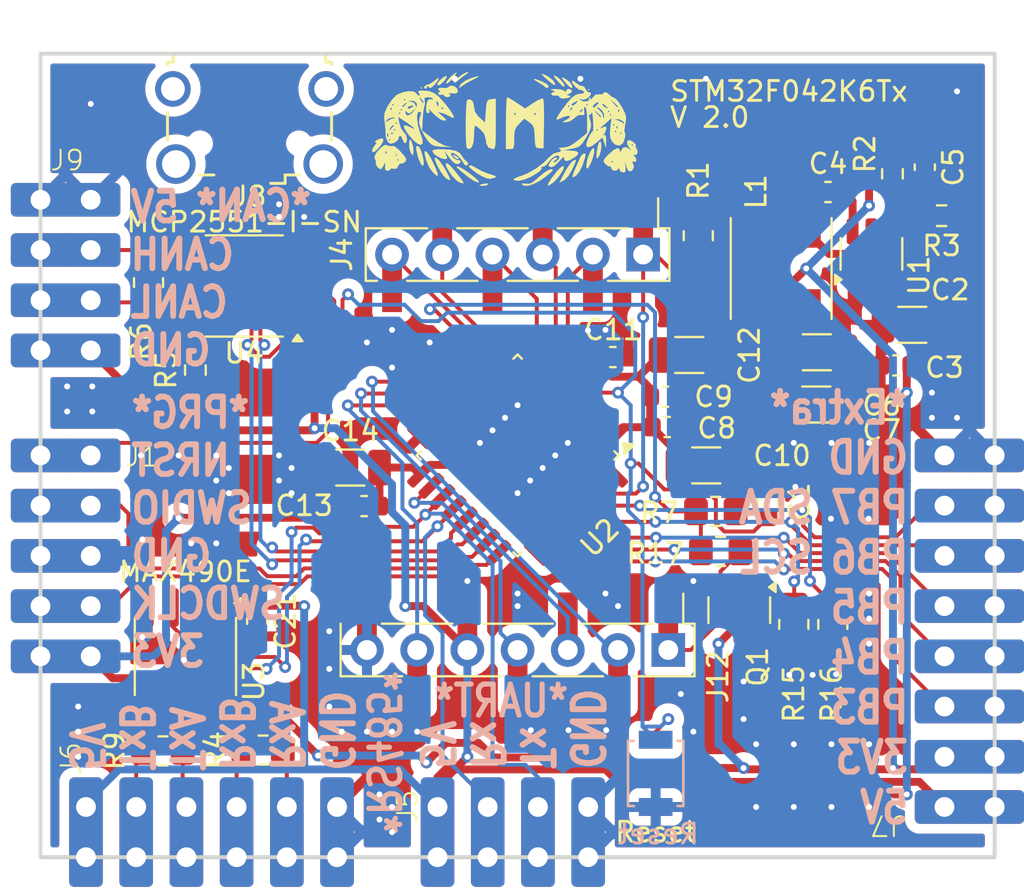
<source format=kicad_pcb>
(kicad_pcb (version 20241229) (generator "pcbnew") (generator_version "9.0")
  (layers (0 "F.Cu" signal) (2 "B.Cu" signal) (13 "F.Paste" user) (15 "B.Paste" user) (5 "F.SilkS" user "F.Silkscreen") (7 "B.SilkS" user "B.Silkscreen") (1 "F.Mask" user) (3 "B.Mask" user) (25 "Edge.Cuts" user))
  (net 0 "")
  (net 1 "VSS")
  (net 2 "NRST")
  (net 3 "+5V")
  (net 4 "/SW")
  (net 5 "/VBST")
  (net 6 "/VFB")
  (net 7 "VDD")
  (net 8 "SWDCLK")
  (net 9 "SWDIO")
  (net 10 "BTN4")
  (net 11 "BTN2")
  (net 12 "BOOT0")
  (net 13 "BTN3")
  (net 14 "USART1_Rx")
  (net 15 "USART1_Tx")
  (net 16 "/Interface/Rx A")
  (net 17 "/Interface/Tx A")
  (net 18 "/Interface/Rx B")
  (net 19 "/Interface/Tx B")
  (net 20 "PB6")
  (net 21 "PB7")
  (net 22 "PB5")
  (net 23 "USB_DP")
  (net 24 "Net-(J9-Pin_3)")
  (net 25 "Net-(J9-Pin_2)")
  (net 26 "BTN6")
  (net 27 "TIM3_CH3")
  (net 28 "BTN5")
  (net 29 "Net-(U4-Rs)")
  (net 34 "USB_DN")
  (net 35 "PB3")
  (net 36 "PB4")
  (net 37 "GRP3")
  (net 38 "GRP1")
  (net 39 "GRP2")
  (net 40 "GRP4")
  (net 41 "Net-(Q1-B)")
  (net 44 "Net-(U2-PA5)")
  (footprint "Library:Conn_Edge_x04" (layer "F.Cu") (at 91.906177 93.981512 180)
    (property "Reference" "J9")
    (property "Value" "CAN")
  )
  (footprint "Package_TO_SOT_SMD:TSOT-23-6" (layer "F.Cu") (at 133.931789 89.098556 90)
    (property "Reference" "U1")
    (property "Value" "AP62250WU")
  )
  (footprint "Library:Conn_Edge_x06" (layer "F.Cu") (at 94.206177 117.071512 90)
    (property "Reference" "J6")
    (property "Value" "RS485")
  )
  (footprint "Capacitor_SMD:C_1206_3216Metric" (layer "F.Cu") (at 131.169719 94.073806)
    (property "Reference" "C6")
    (property "Value" "22uF")
  )
  (footprint "Capacitor_SMD:C_1206_3216Metric" (layer "F.Cu") (at 131.143122 96.715667)
    (property "Reference" "C7")
    (property "Value" "22uF")
  )
  (footprint "Resistor_SMD:R_0805_2012Metric_Pad1.20x1.40mm_HandSolder" (layer "F.Cu") (at 97.370991 90.549159 -90)
    (property "Reference" "R6")
    (property "Value" "120")
  )
  (footprint "Connector_PinHeader_2.54mm:PinHeader_1x07_P2.54mm_Vertical" (layer "F.Cu") (at 123.656177 109.131512 -90)
    (property "Reference" "J13" (hide yes))
    (property "Value" "Keyboard 2")
  )
  (footprint "Resistor_SMD:R_0603_1608Metric" (layer "F.Cu") (at 134.996562 85.046127 -90)
    (property "Reference" "R2")
    (property "Value" "31.6k")
  )
  (footprint "Capacitor_SMD:C_0603_1608Metric" (layer "F.Cu") (at 120.85442 94.316063 180)
    (property "Reference" "C11")
    (property "Value" "10n")
  )
  (footprint "Package_QFP:LQFP-32_7x7mm_P0.8mm" (layer "F.Cu") (at 116.036177 99.291512 -135)
    (property "Reference" "U2")
    (property "Value" "STM32F042K6Tx")
  )
  (footprint "Connector_PinHeader_2.54mm:PinHeader_1x06_P2.54mm_Vertical" (layer "F.Cu") (at 122.386177 89.131512 -90)
    (property "Reference" "J11" (hide yes))
    (property "Value" "Keyboard 1" (hide yes))
  )
  (footprint "Resistor_SMD:R_0805_2012Metric_Pad1.20x1.40mm_HandSolder" (layer "F.Cu") (at 130.005922 107.835794 -90)
    (property "Reference" "R15")
    (property "Value" "10k")
  )
  (footprint "Capacitor_SMD:C_0603_1608Metric" (layer "F.Cu") (at 131.734967 85.968465)
    (property "Reference" "C4")
    (property "Value" "100n")
  )
  (footprint "Capacitor_SMD:C_1206_3216Metric" (layer "F.Cu") (at 125.577405 99.795715 180)
    (property "Reference" "C10")
    (property "Value" "4.7u")
  )
  (footprint "Capacitor_SMD:C_0603_1608Metric" (layer "F.Cu") (at 102.867135 107.66822 -90)
    (property "Reference" "C21")
    (property "Value" "100n")
  )
  (footprint "Package_SO:SOIC-8_3.9x4.9mm_P1.27mm" (layer "F.Cu") (at 99.235761 109.457637 -90)
    (property "Reference" "U3")
    (property "Value" "MAX490E")
  )
  (footprint "Capacitor_SMD:C_1206_3216Metric" (layer "F.Cu") (at 107.576177 99.904393)
    (property "Reference" "C14")
    (property "Value" "4.7u")
  )
  (footprint "Package_TO_SOT_SMD:SOT-23" (layer "F.Cu") (at 127.247945 107.115167 -90)
    (property "Reference" "Q1")
    (property "Value" "PNP")
  )
  (footprint "Capacitor_SMD:C_0603_1608Metric" (layer "F.Cu") (at 136.633136 84.711792 -90)
    (property "Reference" "C5")
    (property "Value" "100n")
  )
  (footprint "Resistor_SMD:R_0603_1608Metric" (layer "F.Cu") (at 99.740202 94.973125 -90)
    (property "Reference" "R5")
    (property "Value" "0")
  )
  (footprint "Resistor_SMD:R_0805_2012Metric_Pad1.20x1.40mm_HandSolder" (layer "F.Cu") (at 125.174426 88.179317 -90)
    (property "Reference" "R1")
    (property "Value" "10k")
  )
  (footprint "Inductor_SMD:L_Taiyo-Yuden_NR-50xx" (layer "F.Cu") (at 129.366177 89.834389 -90)
    (property "Reference" "L1")
    (property "Value" "2.2uH")
  )
  (footprint "Resistor_SMD:R_0805_2012Metric_Pad1.20x1.40mm_HandSolder" (layer "F.Cu") (at 126.058823 102.120346 180)
    (property "Reference" "R7")
    (property "Value" "10k")
  )
  (footprint "Connector_PinHeader_2.54mm:PinHeader_1x07_P2.54mm_Vertical_SMD_Pin1Left" (layer "F.Cu") (at 116.036177 109.131512 -90)
    (property "Reference" "J12")
    (property "Value" "Keyboard 2")
  )
  (footprint "Resistor_SMD:R_0805_2012Metric_Pad1.20x1.40mm_HandSolder" (layer "F.Cu") (at 131.978811 107.836787 -90)
    (property "Reference" "R16")
    (property "Value" "10k")
  )
  (footprint "Capacitor_SMD:C_0603_1608Metric" (layer "F.Cu") (at 123.516177 96.320775 180)
    (property "Reference" "C9")
    (property "Value" "100n")
  )
  (footprint "Capacitor_SMD:C_1206_3216Metric" (layer "F.Cu") (at 124.721177 94.211512 180)
    (property "Reference" "C12")
    (property "Value" "1u")
  )
  (footprint "Library:Conn_Edge_x08" (layer "F.Cu") (at 137.626177 117.071512 180)
    (property "Reference" "J7")
    (property "Value" "Extra")
  )
  (footprint "Capacitor_SMD:C_0603_1608Metric" (layer "F.Cu") (at 108.276177 101.853241)
    (property "Reference" "C13")
    (property "Value" "100n")
  )
  (footprint "Capacitor_SMD:C_0603_1608Metric" (layer "F.Cu") (at 128.699138 101.640346 90)
    (property "Reference" "C1")
    (property "Value" "100n")
  )
  (footprint "Package_SO:SOIC-8_3.9x4.9mm_P1.27mm" (layer "F.Cu") (at 102.21 90.72 180)
    (property "Reference" "U4")
    (property "Value" "MCP2551-I-SN")
  )
  (footprint "LOGO" (layer "F.Cu") (at 115.401177 82.781512)
    (property "Reference" "G***" (hide yes))
    (property "Value" "LOGO" (hide yes))
  )
  (footprint "Connector_PinHeader_2.54mm:PinHeader_1x06_P2.54mm_Vertical_SMD_Pin1Left" (layer "F.Cu") (at 116.036177 89.131512 -90)
    (property "Reference" "J4")
    (property "Value" "Keyboard 1")
  )
  (footprint "Library:Conn_Edge_x05" (layer "F.Cu") (at 94.446177 99.291512)
    (property "Reference" "J1")
    (property "Value" "SWD")
  )
  (footprint "Library:Conn_Edge_x04" (layer "F.Cu") (at 111.986177 117.071512 90)
    (property "Reference" "J5")
    (property "Value" "UART")
  )
  (footprint "Resistor_SMD:R_0805_2012Metric_Pad1.20x1.40mm_HandSolder" (layer "F.Cu") (at 103.162368 114.193384)
    (property "Reference" "R4")
    (property "Value" "120")
  )
  (footprint "Resistor_SMD:R_0805_2012Metric_Pad1.20x1.40mm_HandSolder" (layer "F.Cu") (at 126.305749 104.146498 180)
    (property "Reference" "R17")
    (property "Value" "1k")
  )
  (footprint "Resistor_SMD:R_0603_1608Metric" (layer "F.Cu") (at 137.480143 87.166271)
    (property "Reference" "R3")
    (property "Value" "10k")
  )
  (footprint "Connector_USB:USB_Micro-B_Wuerth_629105150521_CircularHoles" (layer "F.Cu") (at 102.478289 82.705165 180)
    (property "Reference" "J8")
    (property "Value" "USB_A")
  )
  (footprint "Capacitor_SMD:C_0603_1608Metric" (layer "F.Cu") (at 123.600941 97.852954 180)
    (property "Reference" "C8")
    (property "Value" "100n")
  )
  (footprint "Resistor_SMD:R_0805_2012Metric_Pad1.20x1.40mm_HandSolder" (layer "F.Cu") (at 98.096839 114.235625)
    (property "Reference" "R9")
    (property "Value" "120")
  )
  (footprint "Capacitor_SMD:C_0603_1608Metric" (layer "F.Cu") (at 135.173085 94.739685 180)
    (property "Reference" "C3")
    (property "Value" "100n")
  )
  (footprint "Button_Switch_SMD:SW_SPST_B3U-1000P" (layer "F.Cu") (at 123.021177 115.371512 90)
    (property "Reference" "SW10" (hide yes))
    (property "Value" "Reset")
  )
  (footprint "Capacitor_SMD:C_1206_3216Metric" (layer "F.Cu") (at 135.995622 92.684833 180)
    (property "Reference" "C2")
    (property "Value" "22u")
  )
  (footprint "Button_Switch_SMD:SW_SPST_B3U-1000P" (layer "B.Cu") (at 123.021177 115.371512 90)
    (property "Reference" "SW11" (hide yes))
    (property "Value" "Reset")
  )
  (gr_rect (start 91.906177 78.971512) (end 140.166177 119.611512) (stroke (width 0.2)) (fill no) (layer "Edge.Cuts"))
  (gr_text "V 2.0" (at 123.656177 82.781512 0) (layer "F.SilkS") (effects (font (size 1 1)) (justify left bottom)))
  (gr_text "\n5V\nCANH\nCANL\nGND" (at 96.313289 94.848065 0) (layer "B.SilkS") (effects (font (size 1.5 1.3) (thickness 0.3) (bold yes)) (justify right bottom mirror)))
  (gr_text "*PRG*\nNRST\nSWDIO\nGND\nSWDCLK\n3V3" (at 96.351177 110.086512 0) (layer "B.SilkS") (effects (font (size 1.5 1.3) (thickness 0.3) (bold yes)) (justify right bottom mirror)))
  (gr_text "*RS485*" (at 108.302798 118.614953 270) (layer "B.SilkS") (effects (font (size 1.57 1.3) (thickness 0.26) (bold yes)) (justify left bottom mirror)))
  (gr_text "*UART*" (at 118.749098 112.630336 0) (layer "B.SilkS") (effects (font (size 1.57 1.3) (thickness 0.26) (bold yes)) (justify left bottom mirror)))
  (gr_text "*Extra*\nGND\nPB7 SDA\nPB6 SCL\nPB5\nPB4\nPB3\n3V3\n5V" (at 135.94749 118.021329 0) (layer "B.SilkS") (effects (font (size 1.57 1.3) (thickness 0.3) (bold yes)) (justify left bottom mirror)))
  (gr_text "GND\nRxA\nRxB\nTxA\nTxB\n5V" (at 93.296376 115.391236 270) (layer "B.SilkS") (effects (font (size 1.57 1.3) (thickness 0.3) (bold yes)) (justify left bottom mirror)))
  (gr_text "*CAN*" (at 99.605 87.545 0) (layer "B.SilkS") (effects (font (size 1.5 1.3) (thickness 0.3) (bold yes)) (justify right bottom mirror)))
  (gr_text "GND\nTx\nRx\n5V" (at 111.026993 115.295135 270) (layer "B.SilkS") (effects (font (size 1.57 1.3) (thickness 0.3) (bold yes)) (justify left bottom mirror)))
  (segment (start 101.828289 84.605165) (end 101.828289 85.912961) (width 0.4) (layer "F.Cu") (net 1))
  (segment (start 113.975355 98.812334) (end 114.131177 98.656512) (width 0.4) (layer "F.Cu") (net 1))
  (segment (start 111.104107 98.31924) (end 111.497201 98.712334) (width 0.2) (layer "F.Cu") (net 1))
  (segment (start 114.075355 98.712334) (end 114.131177 98.656512) (width 0.2) (layer "F.Cu") (net 1))
  (segment (start 101.828289 85.912961) (end 101.794743 85.946507) (width 0.4) (layer "F.Cu") (net 1))
  (segment (start 101.828289 83.170585) (end 101.823217 83.165513) (width 0.4) (layer "F.Cu") (net 1))
  (segment (start 111.597201 98.812334) (end 113.975355 98.812334) (width 0.4) (layer "F.Cu") (net 1))
  (segment (start 101.828289 84.605165) (end 101.828289 83.170585) (width 0.4) (layer "F.Cu") (net 1))
  (segment (start 111.104107 98.31924) (end 111.597201 98.812334) (width 0.4) (layer "F.Cu") (net 1))
  (segment (start 106.061 91.756001) (end 106.061 93.391689) (width 0.4) (layer "F.Cu") (net 1))
  (segment (start 104.685 91.355) (end 105.659999 91.355) (width 0.4) (layer "F.Cu") (net 1))
  (segment (start 105.659999 91.355) (end 106.061 91.756001) (width 0.4) (layer "F.Cu") (net 1))
  (segment (start 106.061 93.391689) (end 105.241177 94.211512) (width 0.4) (layer "F.Cu") (net 1))
  (segment (start 101.828289 84.605165) (end 101.178289 84.605165) (width 0.4) (layer "F.Cu") (net 1))
  (via (at 109.051177 117.706512) (size 0.6) (drill 0.3) (layers "F.Cu" "B.Cu") (net 1))
  (via (at 108.416177 93.576512) (size 0.6) (drill 0.3) (layers "F.Cu" "B.Cu") (net 1))
  (via (at 130.006177 98.656512) (size 0.6) (drill 0.3) (layers "F.Cu" "B.Cu") (net 1))
  (via (at 119.594678 92.969046) (size 0.6) (drill 0.3) (layers "F.Cu" "B.Cu") (net 1))
  (via (at 96.986177 99.291512) (size 0.6) (drill 0.3) (layers "F.Cu" "B.Cu") (net 1))
  (via (at 116.036177 106.911512) (size 0.6) (drill 0.3) (layers "F.Cu" "B.Cu") (net 1))
  (via (at 109.686177 113.261512) (size 0.6) (drill 0.3) (layers "F.Cu" "B.Cu") (net 1))
  (via (at 124.291177 111.356512) (size 0.6) (drill 0.3) (layers "F.Cu" "B.Cu") (net 1))
  (via (at 109.686177 94.846512) (size 0.6) (drill 0.3) (layers "F.Cu" "B.Cu") (net 1))
  (via (at 116.707439 113.186336) (size 0.6) (drill 0.3) (layers "F.Cu" "B.Cu") (net 1))
  (via (at 98.891177 99.291512) (size 0.6) (drill 0.3) (layers "F.Cu" "B.Cu") (net 1))
  (via (at 107.146177 113.261512) (size 0.6) (drill 0.3) (layers "F.Cu" "B.Cu") (net 1))
  (via (at 101.431177 99.926512) (size 0.6) (drill 0.3) (layers "F.Cu" "B.Cu") (net 1))
  (via (at 116.036177 101.196512) (size 0.6) (drill 0.3) (layers "F.Cu" "B.Cu") (net 1))
  (via (at 124.926177 105.641512) (size 0.6) (drill 0.3) (layers "F.Cu" "B.Cu") (net 1))
  (via (at 94.525 95.8) (size 0.6) (drill 0.3) (layers "F.Cu" "B.Cu") (net 1))
  (via (at 130.006177 113.896512) (size 0.6) (drill 0.3) (layers "F.Cu" "B.Cu") (net 1))
  (via (at 99.157612 109.637234) (size 0.6) (drill 0.3) (layers "F.Cu" "B.Cu") (net 1))
  (via (at 129.771115 110.389462) (size 0.6) (drill 0.3) (layers "F.Cu" "B.Cu") (net 1))
  (via (at 131.911177 113.896512) (size 0.6) (drill 0.3) (layers "F.Cu" "B.Cu") (net 1))
  (via (at 93.811177 114.531512) (size 0.6) (drill 0.3) (layers "F.Cu" "B.Cu") (net 1))
  (via (at 116.671177 100.561512) (size 0.6) (drill 0.3) (layers "F.Cu" "B.Cu") (net 1))
  (via (at 132.144963 110.356028) (size 0.6) (drill 0.3) (layers "F.Cu" "B.Cu") (net 1))
  (via (at 100.796177 100.561512) (size 0.6) (drill 0.3) (layers "F.Cu" "B.Cu") (net 1))
  (via (at 133.816177 98.656512) (size 0.6) (drill 0.3) (layers "F.Cu" "B.Cu") (net 1))
  (via (at 97.057914 103.541295) (size 0.6) (drill 0.3) (layers "F.Cu" "B.Cu") (net 1))
  (via (at 128.101177 113.896512) (size 0.6) (drill 0.3) (layers "F.Cu" "B.Cu") (net 1))
  (via (at 106.511177 110.086512) (size 0.6) (drill 0.3) (layers "F.Cu" "B.Cu") (net 1))
  (via (at 133.816177 108.816512) (size 0.6) (drill 0.3) (layers "F.Cu" "B.Cu") (net 1))
  (via (at 101.431177 101.196512) (size 0.6) (drill 0.3) (layers "F.Cu" "B.Cu") (net 1))
  (via (at 118.612439 113.186336) (size 0.6) (drill 0.3) (layers "F.Cu" "B.Cu") (net 1))
  (via (at 125.561177 80.241512) (size 0.6) (drill 0.3) (layers "F.Cu" "B.Cu") (net 1))
  (via (at 130.958039 110.389462) (size 0.6) (drill 0.3) (layers "F.Cu" "B.Cu") (net 1))
  (via (at 130.006177 117.071512) (size 0.6) (drill 0.3) (layers "F.Cu" "B.Cu") (net 1))
  (via (at 138.261177 80.876512) (size 0.6) (drill 0.3) (layers "F.Cu" "B.Cu") (net 1))
  (via (at 136.991177 97.386512) (size 0.6) (drill 0.3) (layers "F.Cu" "B.Cu") (net 1))
  (via (at 131.911177 117.071512) (size 0.6) (drill 0.3) (layers "F.Cu" "B.Cu") (net 1))
  (via (at 136.991177 96.116512) (size 0.6) (drill 0.3) (layers "F.Cu" "B.Cu") (net 1))
  (via (at 133.816177 117.071512) (size 0.6) (drill 0.3) (layers "F.Cu" "B.Cu") (net 1))
  (via (at 109.686177 118.341512) (size 0.6) (drill 0.3) (layers "F.Cu" "B.Cu") (net 1))
  (via (at 116.036177 96.751512) (size 0.6) (drill 0.3) (layers "F.Cu" "B.Cu") (net 1))
  (via (at 104.606177 99.926512) (size 0.6) (drill 0.3) (layers "F.Cu" "B.Cu") (net 1))
  (via (at 106.511177 108.181512) (size 0.6) (drill 0.3) (layers "F.Cu" "B.Cu") (net 1))
  (via (at 103.971177 100.561512) (size 0.6) (drill 0.3) (layers "F.Cu" "B.Cu") (net 1))
  (via (at 105.241177 87.226512) (size 0.6) (drill 0.3) (layers "F.Cu" "B.Cu") (net 1))
  (via (at 97.053843 108.478271) (size 0.6) (drill 0.3) (layers "F.Cu" "B.Cu") (net 1))
  (via (at 119.211177 80.241512) (size 0.6) (drill 0.3) (layers "F.Cu" "B.Cu") (net 1))
  (via (at 120.481177 106.276512) (size 0.6) (drill 0.3) (layers "F.Cu" "B.Cu") (net 1))
  (via (at 109.051177 116.436512) (size 0.6) (drill 0.3) (layers "F.Cu" "B.Cu") (net 1))
  (via (at 121.116177 106.911512) (size 0.6) (drill 0.3) (layers "F.Cu" "B.Cu") (net 1))
  (via (at 93.811177 113.261512) (size 0.6) (drill 0.3) (layers "F.Cu" "B.Cu") (net 1))
  (via (at 138.261177 97.386512) (size 0.6) (drill 0.3) (layers "F.Cu" "B.Cu") (net 1))
  (via (at 117.306177 99.926512) (size 0.6) (drill 0.3) (layers "F.Cu" "B.Cu") (net 1))
  (via (at 114.131177 98.656512) (size 0.6) (drill 0.3) (layers "F.Cu" "B.Cu") (net 1))
  (via (at 112.861177 80.241512) (size 0.6) (drill 0.3) (layers "F.Cu" "B.Cu") (net 1))
  (via (at 120.481177 92.941512) (size 0.6) (drill 0.3) (layers "F.Cu" "B.Cu") (net 1))
  (via (at 93.811177 111.991512) (size 0.6) (drill 0.3) (layers "F.Cu" "B.Cu") (net 1))
  (via (at 131.884667 102.491692) (size 0.6) (drill 0.3) (layers "F.Cu" "B.Cu") (net 1))
  (via (at 108.416177 113.261512) (size 0.6) (drill 0.3) (layers "F.Cu" "B.Cu") (net 1))
  (via (at 117.941177 99.291512) (size 0.6) (drill 0.3) (layers "F.Cu" "B.Cu") (net 1))
  (via (at 127.466177 110.721512) (size 0.6) (drill 0.3) (layers "F.Cu" "B.Cu") (net 1))
  (via (at 127.466177 112.626512) (size 0.6) (drill 0.3) (layers "F.Cu" "B.Cu") (net 1))
  (via (at 111.591177 93.576512) (size 0.6) (drill 0.3) (layers "F.Cu" "B.Cu") (net 1))
  (via (at 116.036177 106.276512) (size 0.6) (drill 0.3) (layers "F.Cu" "B.Cu") (net 1))
  (via (at 133.789667 102.491692) (size 0.6) (drill 0.3) (layers "F.Cu" "B.Cu") (net 1))
  (via (at 104.606177 101.196512) (size 0.6) (drill 0.3) (layers "F.Cu" "B.Cu") (net 1))
  (via (at 113.496177 105.641512) (size 0.6) (drill 0.3) (layers "F.Cu" "B.Cu") (net 1))
  (via (at 100.796177 103.736512) (size 0.6) (drill 0.3) (layers "F.Cu" "B.Cu") (net 1))
  (via (at 133.816177 113.896512) (size 0.6) (drill 0.3) (layers "F.Cu" "B.Cu") (net 1))
  (via (at 93.255 95.8) (size 0.6) (drill 0.3) (layers "F.Cu" "B.Cu") (net 1))
  (via (at 109.686177 117.071512) (size 0.6) (drill 0.3) (layers "F.Cu" "B.Cu") (net 1))
  (via (at 128.101177 117.071512) (size 0.6) (drill 0.3) (layers "F.Cu" "B.Cu") (net 1))
  (via (at 94.446177 81.511512) (size 0.6) (drill 0.3) (layers "F.Cu" "B.Cu") (net 1))
  (via (at 130.085 100.88) (size 0.6) (drill 0.3) (layers "F.Cu" "B.Cu") (net 1))
  (via (at 99.526177 103.736512) (size 0.6) (drill 0.3) (layers "F.Cu" "B.Cu") (net 1))
  (via (at 103.971177 86.591512) (size 0.6) (drill 0.3) (layers "F.Cu" "B.Cu") (net 1))
  (via (at 131.911177 98.656512) (size 0.6) (drill 0.3) (layers "F.Cu" "B.Cu") (net 1))
  (via (at 115.401177 97.386512) (size 0.6) (drill 0.3) (layers "F.Cu" "B.Cu") (net 1))
  (via (at 133.816177 107.546512) (size 0.6) (drill 0.3) (layers "F.Cu" "B.Cu") (net 1))
  (via (at 124.926177 113.261512) (size 0.6) (drill 0.3) (layers "F.Cu" "B.Cu") (net 1))
  (via (at 110.956177 113.261512) (size 0.6) (drill 0.3) (layers "F.Cu" "B.Cu") (net 1))
  (via (at 133.816177 106.276512) (size 0.6) (drill 0.3) (layers "F.Cu" "B.Cu") (net 1))
  (via (at 106.511177 111.991512) (size 0.6) (drill 0.3) (layers "F.Cu" "B.Cu") (net 1))
  (via (at 109.686177 92.941512) (size 0.6) (drill 0.3) (layers "F.Cu" "B.Cu") (net 1))
  (via (at 114.766177 98.021512) (size 0.6) (drill 0.3) (layers "F.Cu" "B.Cu") (net 1))
  (via (at 120.517439 113.186336) (size 0.6) (drill 0.3) (layers "F.Cu" "B.Cu") (net 1))
  (via (at 118.576177 98.656512) (size 0.6) (drill 0.3) (layers "F.Cu" "B.Cu") (net 1))
  (via (at 93.255 97.07) (size 0.6) (drill 0.3) (layers "F.Cu" "B.Cu") (net 1))
  (via (at 94.525 97.07) (size 0.6) (drill 0.3) (layers "F.Cu" "B.Cu") (net 1))
  (via (at 103.971177 87.226512) (size 0.6) (drill 0.3) (layers "F.Cu" "B.Cu") (net 1))
  (via (at 100.796177 99.291512) (size 0.6) (drill 0.3) (layers "F.Cu" "B.Cu") (net 1))
  (via (at 103.971177 99.291512) (size 0.6) (drill 0.3) (layers "F.Cu" "B.Cu") (net 1))
  (segment (start 94.446177 104.371512) (end 96.986177 104.371512) (width 1) (layer "B.Cu") (net 1))
  (segment (start 125.535538 101.010901) (end 126.063744 101.539107) (width 0.2) (layer "F.Cu") (net 2))
  (segment (start 106.44805 96.247539) (end 107.180127 95.515462) (width 0.2) (layer "F.Cu") (net 2))
  (segment (start 126.063744 102.711427) (end 126.491326 103.139009) (width 0.2) (layer "F.Cu") (net 2))
  (segment (start 123.021177 113.261512) (end 123.656177 112.626512) (width 0.2) (layer "F.Cu") (net 2))
  (segment (start 126.491326 103.139009) (end 127.975475 103.139009) (width 0.2) (layer "F.Cu") (net 2))
  (segment (start 105.876177 98.656512) (end 106.44805 98.084639) (width 0.2) (layer "F.Cu") (net 2))
  (segment (start 123.460566 101.010901) (end 125.535538 101.010901) (width 0.2) (layer "F.Cu") (net 2))
  (segment (start 119.776863 96.116512) (end 121.116177 96.116512) (width 0.2) (layer "F.Cu") (net 2))
  (segment (start 122.146177 99.696512) (end 123.460566 101.010901) (width 0.2) (layer "F.Cu") (net 2))
  (segment (start 123.021177 113.671512) (end 123.021177 113.261512) (width 0.2) (layer "F.Cu") (net 2))
  (segment (start 95.081177 98.656512) (end 105.876177 98.656512) (width 0.2) (layer "F.Cu") (net 2))
  (segment (start 126.063744 101.539107) (end 126.063744 102.711427) (width 0.2) (layer "F.Cu") (net 2))
  (segment (start 107.180127 91.424032) (end 107.464384 91.139775) (width 0.2) (layer "F.Cu") (net 2))
  (segment (start 127.975475 103.139009) (end 128.699138 102.415346) (width 0.2) (layer "F.Cu") (net 2))
  (segment (start 107.180127 95.515462) (end 107.180127 91.424032) (width 0.2) (layer "F.Cu") (net 2))
  (segment (start 94.446177 99.291512) (end 95.081177 98.656512) (width 0.2) (layer "F.Cu") (net 2))
  (segment (start 121.75746 99.696512) (end 122.146177 99.696512) (width 0.2) (layer "F.Cu") (net 2))
  (segment (start 106.44805 98.084639) (end 106.44805 96.247539) (width 0.2) (layer "F.Cu") (net 2))
  (segment (start 119.271191 96.622184) (end 119.776863 96.116512) (width 0.2) (layer "F.Cu") (net 2))
  (via (at 123.656177 112.626512) (size 0.6) (drill 0.3) (layers "F.Cu" "B.Cu") (net 2))
  (via (at 107.464384 91.139775) (size 0.6) (drill 0.3) (layers "F.Cu" "B.Cu") (net 2))
  (via (at 121.116177 96.116512) (size 0.6) (drill 0.3) (layers "F.Cu" "B.Cu") (net 2))
  (via (at 121.75746 99.696512) (size 0.6) (drill 0.3) (layers "F.Cu" "B.Cu") (net 2))
  (segment (start 121.985177 93.175512) (end 121.985177 95.247512) (width 0.2) (layer "B.Cu") (net 2))
  (segment (start 107.99612 91.671512) (end 110.321177 91.671512) (width 0.2) (layer "B.Cu") (net 2))
  (segment (start 112.035123 92.497566) (end 112.460177 92.072512) (width 0.2) (layer "B.Cu") (net 2))
  (segment (start 112.460177 92.072512) (end 120.882177 92.072512) (width 0.2) (layer "B.Cu") (net 2))
  (segment (start 121.75746 99.696512) (end 121.75746 101.078404) (width 0.2) (layer "B.Cu") (net 2))
  (segment (start 111.147231 92.497566) (end 112.035123 92.497566) (width 0.2) (layer "B.Cu") (net 2))
  (segment (start 121.75746 101.078404) (end 121.620174 101.21569) (width 0.2) (layer "B.Cu") (net 2))
  (segment (start 121.75746 96.757795) (end 121.116177 96.116512) (width 0.2) (layer "B.Cu") (net 2))
  (segment (start 120.882177 92.072512) (end 121.985177 93.175512) (width 0.2) (layer "B.Cu") (net 2))
  (segment (start 107.99612 91.671511) (end 107.99612 91.671512) (width 0.2) (layer "B.Cu") (net 2))
  (segment (start 121.620174 101.21569) (end 121.620174 102.080455) (width 0.2) (layer "B.Cu") (net 2))
  (segment (start 121.620174 102.080455) (end 122.277166 102.737447) (width 0.2) (layer "B.Cu") (net 2))
  (segment (start 122.353716 102.771855) (end 122.353716 113.004051) (width 0.2) (layer "B.Cu") (net 2))
  (segment (start 122.353716 113.004051) (end 123.278638 113.004051) (width 0.2) (layer "B.Cu") (net 2))
  (segment (start 107.464384 91.139775) (end 107.99612 91.671511) (width 0.2) (layer "B.Cu") (net 2))
  (segment (start 121.985177 95.247512) (end 121.116177 96.116512) (width 0.2) (layer "B.Cu") (net 2))
  (segment (start 123.278638 113.004051) (end 123.656177 112.626512) (width 0.2) (layer "B.Cu") (net 2))
  (segment (start 110.321177 91.671512) (end 111.147231 92.497566) (width 0.2) (layer "B.Cu") (net 2))
  (segment (start 122.353716 113.004051) (end 123.021177 113.671512) (width 0.2) (layer "B.Cu") (net 2))
  (segment (start 121.75746 99.696512) (end 121.75746 96.757795) (width 0.2) (layer "B.Cu") (net 2))
  (segment (start 122.319308 102.737447) (end 122.353716 102.771855) (width 0.2) (layer "B.Cu") (net 2))
  (segment (start 122.277166 102.737447) (end 122.319308 102.737447) (width 0.2) (layer "B.Cu") (net 2))
  (segment (start 134.451177 115.801512) (end 135.086177 116.436512) (width 0.4) (layer "F.Cu") (net 3))
  (segment (start 106.662 95.290815) (end 105.769412 96.183403) (width 0.4) (layer "F.Cu") (net 3))
  (segment (start 135.021845 90.236056) (end 137.470622 92.684833) (width 0.4) (layer "F.Cu") (net 3))
  (segment (start 96.986177 98.021512) (end 105.662647 98.021512) (width 0.4) (layer "F.Cu") (net 3))
  (segment (start 135.086177 116.436512) (end 135.721177 116.436512) (width 0.4) (layer "F.Cu") (net 3))
  (segment (start 111.986177 116.041512) (end 113.496177 114.531512) (width 0.4) (layer "F.Cu") (net 3))
  (segment (start 105.222885 106.89322) (end 105.241177 106.911512) (width 0.4) (layer "F.Cu") (net 3))
  (segment (start 96.351177 95.886512) (end 96.351177 97.386512) (width 0.4) (layer "F.Cu") (net 3))
  (segment (start 101.140761 106.982637) (end 102.777718 106.982637) (width 0.4) (layer "F.Cu") (net 3))
  (segment (start 112.387177 115.170512) (end 111.986177 115.571512) (width 0.4) (layer "F.Cu") (net 3))
  (segment (start 104.685 90.085) (end 105.239941 90.085) (width 0.4) (layer "F.Cu") (net 3))
  (segment (start 134.451177 115.801512) (end 121.113757 115.801512) (width 0.4) (layer "F.Cu") (net 3))
  (segment (start 120.482757 115.170512) (end 112.387177 115.170512) (width 0.4) (layer "F.Cu") (net 3))
  (segment (start 105.662647 98.021512) (end 105.769412 97.914747) (width 0.4) (layer "F.Cu") (net 3))
  (segment (start 105.659999 90.085) (end 104.685 90.085) (width 0.4) (layer "F.Cu") (net 3))
  (segment (start 96.351177 97.386512) (end 96.986177 98.021512) (width 0.4) (layer "F.Cu") (net 3))
  (segment (start 94.446177 93.981512) (end 96.351177 95.886512) (width 0.4) (layer "F.Cu") (net 3))
  (segment (start 111.276177 106.911512) (end 113.496177 109.131512) (width 0.4) (layer "F.Cu") (net 3))
  (segment (start 111.986177 115.571512) (end 111.986177 117.071512) (width 0.4) (layer "F.Cu") (net 3))
  (segment (start 106.061 89.683999) (end 105.659999 90.085) (width 0.4) (layer "F.Cu") (net 3))
  (segment (start 111.986177 117.071512) (end 111.986177 116.041512) (width 0.4) (layer "F.Cu") (net 3))
  (segment (start 105.239941 90.085) (end 106.662 91.507059) (width 0.4) (layer "F.Cu") (net 3))
  (segment (start 110.356177 106.911512) (end 111.276177 106.911512) (width 0.4) (layer "F.Cu") (net 3))
  (segment (start 135.721177 96.116512) (end 135.721177 94.966593) (width 0.4) (layer "F.Cu") (net 3))
  (segment (start 106.662 91.507059) (end 106.662 95.290815) (width 0.4) (layer "F.Cu") (net 3))
  (segment (start 137.626177 117.071512) (end 136.356177 115.801512) (width 0.4) (layer "F.Cu") (net 3))
  (segment (start 103.778289 84.605165) (end 106.061 86.887876) (width 0.4) (layer "F.Cu") (net 3))
  (segment (start 134.881789 90.236056) (end 135.021845 90.236056) (width 0.4) (layer "F.Cu") (net 3))
  (segment (start 106.061 86.887876) (end 106.061 89.683999) (width 0.4) (layer "F.Cu") (net 3))
  (segment (start 102.867135 106.89322) (end 105.222885 106.89322) (width 0.4) (layer "F.Cu") (net 3))
  (segment (start 121.113757 115.801512) (end 120.482757 115.170512) (width 0.4) (layer "F.Cu") (net 3))
  (segment (start 137.470622 93.217148) (end 135.948085 94.739685) (width 0.4) (layer "F.Cu") (net 3))
  (segment (start 105.769412 96.183403) (end 105.769412 97.914747) (width 0.4) (layer "F.Cu") (net 3))
  (segment (start 137.470622 92.684833) (end 137.470622 93.217148) (width 0.4) (layer "F.Cu") (net 3))
  (segment (start 135.721177 94.966593) (end 135.948085 94.739685) (width 0.4) (layer "F.Cu") (net 3))
  (segment (start 136.356177 115.801512) (end 134.451177 115.801512) (width 0.4) (layer "F.Cu") (net 3))
  (segment (start 102.777718 106.982637) (end 102.867135 106.89322) (width 0.4) (layer "F.Cu") (net 3))
  (via (at 113.496177 114.531512) (size 0.6) (drill 0.3) (layers "F.Cu" "B.Cu") (net 3))
  (via (at 135.721177 96.116512) (size 0.6) (drill 0.3) (layers "F.Cu" "B.Cu") (net 3))
  (via (at 105.769412 97.914747) (size 0.6) (drill 0.3) (layers "F.Cu" "B.Cu") (net 3))
  (via (at 105.241177 106.911512) (size 0.6) (drill 0.3) (layers "F.Cu" "B.Cu") (net 3))
  (via (at 135.721177 116.436512) (size 0.6) (drill 0.3) (layers "F.Cu" "B.Cu") (net 3))
  (via (at 110.356177 106.911512) (size 0.6) (drill 0.3) (layers "F.Cu" "B.Cu") (net 3))
  (segment (start 106.847578 97.914747) (end 107.146177 98.213346) (width 0.4) (layer "B.Cu") (net 3))
  (segment (start 110.356177 102.829508) (end 110.356177 106.911512) (width 0.4) (layer "B.Cu") (net 3))
  (segment (start 135.721177 103.101512) (end 135.721177 96.116512) (width 0.4) (layer "B.Cu") (net 3))
  (segment (start 135.721177 116.436512) (end 135.721177 103.101512) (width 0.4) (layer "B.Cu") (net 3))
  (segment (start 105.241177 115.170512) (end 110.085177 115.170512) (width 0.4) (layer "B.Cu") (net 3))
  (segment (start 113.496177 109.131512) (end 113.496177 114.531512) (width 0.4) (layer "B.Cu") (net 3))
  (segment (start 109.686177 100.753346) (end 109.686177 101.196512) (width 0.4) (layer "B.Cu") (net 3))
  (segment (start 94.206177 117.071512) (end 94.206177 116.833932) (width 0.4) (layer "B.Cu") (net 3))
  (segment (start 105.241177 106.911512) (end 105.241177 115.170512) (width 0.4) (layer "B.Cu") (net 3))
  (segment (start 105.769412 97.914747) (end 106.847578 97.914747) (width 0.4) (layer "B.Cu") (net 3))
  (segment (start 110.085177 115.170512) (end 111.986177 117.071512) (width 0.4) (layer "B.Cu") (net 3))
  (segment (start 109.686177 102.159509) (end 110.018549 102.49188) (width 0.4) (layer "B.Cu") (net 3))
  (segment (start 95.869597 115.170512) (end 105.241177 115.170512) (width 0.4) (layer "B.Cu") (net 3))
  (segment (start 107.146177 98.213346) (end 109.686177 100.753346) (width 0.4) (layer "B.Cu") (net 3))
  (segment (start 94.206177 116.833932) (end 95.869597 115.170512) (width 0.4) (layer "B.Cu") (net 3))
  (segment (start 109.686177 101.196512) (end 109.686177 102.159509) (width 0.4) (layer "B.Cu") (net 3))
  (segment (start 110.018549 102.49188) (end 110.356177 102.829508) (width 0.4) (layer "B.Cu") (net 3))
  (segment (start 129.366177 88.034389) (end 129.366177 87.562255) (width 0.4) (layer "F.Cu") (net 4))
  (segment (start 129.366177 87.562255) (end 130.959967 85.968465) (width 0.4) (layer "F.Cu") (net 4))
  (segment (start 131.787678 89.098556) (end 133.296789 89.098556) (width 0.4) (layer "F.Cu") (net 4))
  (segment (start 129.366177 88.034389) (end 130.723511 88.034389) (width 0.4) (layer "F.Cu") (net 4))
  (segment (start 130.723511 88.034389) (end 131.787678 89.098556) (width 0.4) (layer "F.Cu") (net 4))
  (segment (start 133.931789 89.733556) (end 133.931789 90.236056) (width 0.4) (layer "F.Cu") (net 4))
  (segment (start 133.296789 89.098556) (end 133.931789 89.733556) (width 0.4) (layer "F.Cu") (net 4))
  (segment (start 132.981789 87.961056) (end 132.981789 86.440287) (width 0.4) (layer "F.Cu") (net 5))
  (segment (start 132.981789 86.440287) (end 132.509967 85.968465) (width 0.4) (layer "F.Cu") (net 5))
  (segment (start 136.655143 87.166271) (end 135.676574 87.166271) (width 0.4) (layer "F.Cu") (net 6))
  (segment (start 134.881789 87.961056) (end 134.881789 85.9859) (width 0.4) (layer "F.Cu") (net 6))
  (segment (start 135.676574 87.166271) (end 134.881789 87.961056) (width 0.4) (layer "F.Cu") (net 6))
  (segment (start 134.881789 85.9859) (end 134.996562 85.871127) (width 0.4) (layer "F.Cu") (net 6))
  (segment (start 136.248801 85.871127) (end 136.633136 85.486792) (width 0.4) (layer "F.Cu") (net 6))
  (segment (start 136.633136 85.486792) (end 136.633136 87.144264) (width 0.4) (layer "F.Cu") (net 6))
  (segment (start 136.633136 87.144264) (end 136.655143 87.166271) (width 0.4) (layer "F.Cu") (net 6))
  (segment (start 134.996562 85.871127) (end 136.248801 85.871127) (width 0.4) (layer "F.Cu") (net 6))
  (segment (start 129.668122 96.715667) (end 129.668122 94.100403) (width 0.4) (layer "F.Cu") (net 7))
  (segment (start 102.253201 110.556637) (end 95.551302 110.556637) (width 0.4) (layer "F.Cu") (net 7))
  (segment (start 127.466177 115.101512) (end 121.263699 115.101512) (width 0.4) (layer "F.Cu") (net 7))
  (segment (start 130.005922 108.835794) (end 128.031072 108.835794) (width 0.4) (layer "F.Cu") (net 7))
  (segment (start 98.913177 102.444512) (end 98.891177 102.466512) (width 0.4) (layer "F.Cu") (net 7))
  (segment (start 127.466177 115.166512) (end 127.466177 115.101512) (width 0.4) (layer "F.Cu") (net 7))
  (segment (start 106.489177 102.444512) (end 98.913177 102.444512) (width 0.4) (layer "F.Cu") (net 7))
  (segment (start 109.051177 101.853241) (end 109.051177 99.904393) (width 0.4) (layer "F.Cu") (net 7))
  (segment (start 95.551302 110.556637) (end 94.446177 109.451512) (width 0.4) (layer "F.Cu") (net 7))
  (segment (start 108.175177 102.729241) (end 106.773906 102.729241) (width 0.4) (layer "F.Cu") (net 7))
  (segment (start 120.07942 94.582175) (end 120.805535 95.308289) (width 0.4) (layer "F.Cu") (net 7))
  (segment (start 106.773906 102.729241) (end 106.489177 102.444512) (width 0.4) (layer "F.Cu") (net 7))
  (segment (start 121.424626 97.862861) (end 120.968247 98.31924) (width 0.4) (layer "F.Cu") (net 7))
  (segment (start 114.991313 99.77069) (end 111.597201 99.77069) (width 0.4) (layer "F.Cu") (net 7))
  (segment (start 126.960022 108.052667) (end 126.196177 108.816512) (width 0.4) (layer "F.Cu") (net 7))
  (segment (start 111.597201 99.77069) (end 111.104107 100.263784) (width 0.4) (layer "F.Cu") (net 7))
  (segment (start 110.744716 99.904393) (end 111.104107 100.263784) (width 0.4) (layer "F.Cu") (net 7))
  (segment (start 136.633136 83.936792) (end 135.280897 83.936792) (width 0.4) (layer "F.Cu") (net 7))
  (segment (start 122.741177 97.76819) (end 122.825941 97.852954) (width 0.4) (layer "F.Cu") (net 7))
  (segment (start 128.031072 108.835794) (end 127.247945 108.052667) (width 0.4) (layer "F.Cu") (net 7))
  (segment (start 120.07942 94.682583) (end 120.07942 94.316063) (width 0.4) (layer "F.Cu") (net 7))
  (segment (start 105.241177 113.544613) (end 105.241177 113.770512) (width 0.4) (layer "F.Cu") (net 7))
  (segment (start 118.705505 96.056498) (end 120.07942 94.682583) (width 0.4) (layer "F.Cu") (net 7))
  (segment (start 124.293271 99.775048) (end 124.293271 99.320284) (width 0.4) (layer "F.Cu") (net 7))
  (segment (start 122.741177 96.320775) (end 122.741177 95.900066) (width 0.4) (layer "F.Cu") (net 7))
  (segment (start 112.415841 113.830512) (end 111.4293 114.817053) (width 0.4) (layer "F.Cu") (net 7))
  (segment (start 136.991177 115.166512) (end 127.466177 115.166512) (width 0.4) (layer "F.Cu") (net 7))
  (segment (start 114.065177 113.830512) (end 112.415841 113.830512) (width 0.4) (layer "F.Cu") (net 7))
  (segment (start 120.731699 114.569512) (end 114.804177 114.569512) (width 0.4) (layer "F.Cu") (net 7))
  (segment (start 105.241177 113.544613) (end 102.253201 110.556637) (width 0.4) (layer "F.Cu") (net 7))
  (segment (start 129.694719 91.962931) (end 129.366177 91.634389) (width 0.4) (layer "F.Cu") (net 7))
  (segment (start 130.006915 108.836787) (end 130.005922 108.835794) (width 0.4) (layer "F.Cu") (net 7))
  (segment (start 109.051177 101.853241) (end 108.175177 102.729241) (width 0.4) (layer "F.Cu") (net 7))
  (segment (start 122.1494 95.308289) (end 120.805535 95.308289) (width 0.4) (layer "F.Cu") (net 7))
  (segment (start 129.366177 91.104389) (end 130.636177 89.834389) (width 0.4) (layer "F.Cu") (net 7))
  (segment (start 133.811177 85.406512) (end 133.811177 86.659389) (width 0.4) (layer "F.Cu") (net 7))
  (segment (start 121.263699 115.101512) (end 120.731699 114.569512) (width 0.4) (layer "F.Cu") (net 7))
  (segment (start 109.051177 99.904393) (end 110.744716 99.904393) (width 0.4) (layer "F.Cu") (net 7))
  (segment (start 105.241177 113.770512) (end 105.941177 114.470512) (width 0.4) (layer "F.Cu") (net 7))
  (segment (start 122.741177 96.320775) (end 122.741177 97.76819) (width 0.4) (layer "F.Cu") (net 7))
  (segment (start 137.626177 114.531512) (end 136.991177 115.166512) (width 0.4) (layer "F.Cu") (net 7))
  (segment (start 131.978811 108.836787) (end 130.006915 108.836787) (width 0.4) (layer "F.Cu") (net 7))
  (segment (start 127.247945 108.052667) (end 126.960022 108.052667) (width 0.4) (layer "F.Cu") (net 7))
  (segment (start 135.280897 83.936792) (end 134.996562 84.221127) (width 0.4) (layer "F.Cu") (net 7))
  (segment (start 129.668122 94.100403) (end 129.694719 94.073806) (width 0.4) (layer "F.Cu") (net 7))
  (segment (start 125.8233 91.634389) (end 129.366177 91.634389) (width 0.4) (layer "F.Cu") (net 7))
  (segment (start 123.246177 94.211512) (end 122.1494 95.308289) (width 0.4) (layer "F.Cu") (net 7))
  (segment (start 122.741177 95.900066) (end 122.1494 95.308289) (width 0.4) (layer "F.Cu") (net 7))
  (segment (start 122.920815 97.862861) (end 121.424626 97.862861) (width 0.4) (layer "F.Cu") (net 7))
  (segment (start 120.07942 94.316063) (end 120.07942 94.582175) (width 0.4) (layer "F.Cu") (net 7))
  (segment (start 124.293271 99.320284) (end 122.825941 97.852954) (width 0.4) (layer "F.Cu") (net 7))
  (segment (start 114.804177 114.569512) (end 114.065177 113.830512) (width 0.4) (layer "F.Cu") (net 7))
  (segment (start 121.2314 98.056087) (end 120.968247 98.31924) (width 0.2) (layer "F.Cu") (net 7))
  (segment (start 118.705505 96.056498) (end 114.991313 99.77069) (width 0.4) (layer "F.Cu") (net 7))
  (segment (start 123.246177 94.211512) (end 125.8233 91.634389) (width 0.4) (layer "F.Cu") (net 7))
  (segment (start 129.366177 91.634389) (end 129.366177 91.104389) (width 0.4) (layer "F.Cu") (net 7))
  (segment (start 129.694719 94.073806) (end 129.694719 91.962931) (width 0.4) (layer "F.Cu") (net 7))
  (segment (start 134.996562 84.221127) (end 133.811177 85.406512) (width 0.4) (layer "F.Cu") (net 7))
  (via (at 105.941177 114.470512) (size 0.6) (drill 0.3) (layers "F.Cu" "B.Cu") (net 7))
  (via (at 130.636177 89.834389) (size 0.6) (drill 0.3) (layers "F.Cu" "B.Cu") (net 7))
  (via (at 135.021177 115.101512) (size 0.6) (drill 0.3) (layers "F.Cu" "B.Cu") (net 7))
  (via (at 111.4293 114.817053) (size 0.6) (drill 0.3) (layers "F.Cu" "B.Cu") (net 7))
  (via (at 98.891177 102.466512) (size 0.6) (drill 0.3) (layers "F.Cu" "B.Cu") (net 7))
  (via (at 127.466177 115.101512) (size 0.6) (drill 0.3) (layers "F.Cu" "B.Cu") (net 7))
  (via (at 126.196177 108.816512) (size 0.6) (drill 0.3) (layers "F.Cu" "B.Cu") (net 7))
  (via (at 133.811177 86.659389) (size 0.6) (drill 0.3) (layers "F.Cu" "B.Cu") (net 7))
  (segment (start 133.811177 86.659389) (end 130.636177 89.834389) (width 0.4) (layer "B.Cu") (net 7))
  (segment (start 126.196177 113.896512) (end 126.261177 113.896512) (width 0.4) (layer "B.Cu") (net 7))
  (segment (start 111.082759 114.470512) (end 111.4293 114.817053) (width 0.4) (layer "B.Cu") (net 7))
  (segment (start 135.020177 115.100512) (end 135.021177 115.101512) (width 0.4) (layer "B.Cu") (net 7))
  (segment (start 130.636177 89.834389) (end 135.020177 94.218389) (width 0.4) (layer "B.Cu") (net 7))
  (segment (start 98.256177 108.816512) (end 98.256177 103.101512) (width 0.4) (layer "B.Cu") (net 7))
  (segment (start 94.446177 109.451512) (end 97.621177 109.451512) (width 0.4) (layer "B.Cu") (net 7))
  (segment (start 97.621177 109.451512) (end 98.256177 108.816512) (width 0.4) (layer "B.Cu") (net 7))
  (segment (start 98.256177 103.101512) (end 98.891177 102.466512) (width 0.4) (layer "B.Cu") (net 7))
  (segment (start 126.261177 113.896512) (end 127.466177 115.101512) (width 0.4) (layer "B.Cu") (net 7))
  (segment (start 126.196177 108.816512) (end 126.196177 113.896512) (width 0.4) (layer "B.Cu") (net 7))
  (segment (start 105.941177 114.470512) (end 111.082759 114.470512) (width 0.4) (layer "B.Cu") (net 7))
  (segment (start 135.020177 94.218389) (end 135.020177 115.100512) (width 0.4) (layer "B.Cu") (net 7))
  (segment (start 105.016277 105.798512) (end 103.207324 105.798512) (width 0.2) (layer "F.Cu") (net 8))
  (segment (start 113.083111 104.828346) (end 112.503945 105.407512) (width 0.2) (layer "F.Cu") (net 8))
  (segment (start 112.503945 105.407512) (end 105.407277 105.407512) (width 0.2) (layer "F.Cu") (net 8))
  (segment (start 95.482177 106.911512) (end 94.446177 106.911512) (width 0.2) (layer "F.Cu") (net 8))
  (segment (start 102.816324 105.407512) (end 96.986177 105.407512) (width 0.2) (layer "F.Cu") (net 8))
  (segment (start 105.407277 105.407512) (end 105.016277 105.798512) (width 0.2) (layer "F.Cu") (net 8))
  (segment (start 103.207324 105.798512) (end 102.816324 105.407512) (width 0.2) (layer "F.Cu") (net 8))
  (segment (start 114.459141 104.828346) (end 113.083111 104.828346) (width 0.2) (layer "F.Cu") (net 8))
  (segment (start 115.063905 104.223582) (end 114.459141 104.828346) (width 0.2) (layer "F.Cu") (net 8))
  (segment (start 96.986177 105.407512) (end 95.482177 106.911512) (width 0.2) (layer "F.Cu") (net 8))
  (segment (start 114.49822 103.657896) (end 113.72877 104.427346) (width 0.2) (layer "F.Cu") (net 9))
  (segment (start 103.373424 105.397512) (end 102.982424 105.006512) (width 0.2) (layer "F.Cu") (net 9))
  (segment (start 96.351177 102.236512) (end 95.946177 101.831512) (width 0.2) (layer "F.Cu") (net 9))
  (segment (start 104.850177 105.397512) (end 103.373424 105.397512) (width 0.2) (layer "F.Cu") (net 9))
  (segment (start 112.917011 104.427346) (end 112.337845 105.006512) (width 0.2) (layer "F.Cu") (net 9))
  (segment (start 102.982424 105.006512) (end 96.986177 105.006512) (width 0.2) (layer "F.Cu") (net 9))
  (segment (start 96.351177 104.371512) (end 96.351177 102.236512) (width 0.2) (layer "F.Cu") (net 9))
  (segment (start 113.72877 104.427346) (end 112.917011 104.427346) (width 0.2) (layer "F.Cu") (net 9))
  (segment (start 105.241177 105.006512) (end 104.850177 105.397512) (width 0.2) (layer "F.Cu") (net 9))
  (segment (start 96.986177 105.006512) (end 96.351177 104.371512) (width 0.2) (layer "F.Cu") (net 9))
  (segment (start 112.337845 105.006512) (end 105.241177 105.006512) (width 0.2) (layer "F.Cu") (net 9))
  (segment (start 95.946177 101.831512) (end 94.446177 101.831512) (width 0.2) (layer "F.Cu") (net 9))
  (segment (start 117.008449 94.359442) (end 117.008449 91.373784) (width 0.2) (layer "F.Cu") (net 10))
  (segment (start 117.008449 94.359442) (end 117.367228 94.000663) (width 0.2) (layer "F.Cu") (net 10))
  (segment (start 117.008449 91.373784) (end 114.766177 89.131512) (width 0.2) (layer "F.Cu") (net 10))
  (segment (start 118.576177 95.054456) (end 118.576177 90.401512) (width 0.2) (layer "F.Cu") (net 11))
  (segment (start 118.13982 95.490813) (end 118.576177 95.054456) (width 0.2) (layer "F.Cu") (net 11))
  (segment (start 118.576177 90.401512) (end 119.846177 89.131512) (width 0.2) (layer "F.Cu") (net 11))
  (segment (start 123.021177 89.131512) (end 122.386177 89.131512) (width 0.2) (layer "F.Cu") (net 12))
  (segment (start 120.402561 100.829469) (end 120.447504 100.829469) (width 0.2) (layer "F.Cu") (net 12))
  (segment (start 125.174426 89.179317) (end 125.174426 89.518263) (width 0.2) (layer "F.Cu") (net 12))
  (segment (start 120.795655 101.222563) (end 122.020792 101.222563) (width 0.2) (layer "F.Cu") (net 12))
  (segment (start 122.386177 92.306512) (end 122.386177 89.131512) (width 0.2) (layer "F.Cu") (net 12))
  (segment (start 124.291177 90.401512) (end 123.021177 89.131512) (width 0.2) (layer "F.Cu") (net 12))
  (segment (start 120.402561 100.829469) (end 120.795655 101.222563) (width 0.2) (layer "F.Cu") (net 12))
  (segment (start 125.174426 89.518263) (end 124.291177 90.401512) (width 0.2) (layer "F.Cu") (net 12))
  (segment (start 122.020792 101.222563) (end 122.386177 100.857178) (width 0.2) (layer "F.Cu") (net 12))
  (via (at 122.386177 92.306512) (size 0.6) (drill 0.3) (layers "F.Cu" "B.Cu") (net 12))
  (via (at 122.386177 100.857178) (size 0.6) (drill 0.3) (layers "F.Cu" "B.Cu") (net 12))
  (segment (start 122.386177 100.857178) (end 122.386177 92.306512) (width 0.2) (layer "B.Cu") (net 12))
  (segment (start 117.967228 94.532034) (end 117.967228 89.792563) (width 0.2) (layer "F.Cu") (net 13))
  (segment (start 117.574134 94.925128) (end 117.967228 94.532034) (width 0.2) (layer "F.Cu") (net 13))
  (segment (start 117.967228 89.792563) (end 117.306177 89.131512) (width 0.2) (layer "F.Cu") (net 13))
  (segment (start 105.425276 103.631242) (end 105.340546 103.546512) (width 0.2) (layer "F.Cu") (net 14))
  (segment (start 111.311177 103.546512) (end 111.226447 103.631242) (width 0.2) (layer "F.Cu") (net 14))
  (segment (start 104.279508 109.991711) (end 103.773309 109.485512) (width 0.2) (layer "F.Cu") (net 14))
  (segment (start 112.801163 102.056526) (end 111.986177 102.871512) (width 0.2) (layer "F.Cu") (net 14))
  (segment (start 111.226447 103.631242) (end 105.425276 103.631242) (width 0.2) (layer "F.Cu") (net 14))
  (segment (start 101.398637 109.485512) (end 99.870761 107.957636) (width 0.2) (layer "F.Cu") (net 14))
  (segment (start 112.801163 101.96084) (end 112.801163 102.056526) (width 0.2) (layer "F.Cu") (net 14))
  (segment (start 111.311177 103.546512) (end 111.986177 102.871512) (width 0.2) (layer "F.Cu") (net 14))
  (segment (start 99.870761 107.957636) (end 99.870761 106.982637) (width 0.2) (layer "F.Cu") (net 14))
  (segment (start 103.773309 109.485512) (end 101.398637 109.485512) (width 0.2) (layer "F.Cu") (net 14))
  (via (at 104.279508 109.991711) (size 0.6) (drill 0.3) (layers "F.Cu" "B.Cu") (net 14))
  (via (at 105.340546 103.546512) (size 0.6) (drill 0.3) (layers "F.Cu" "B.Cu") (net 14))
  (via (at 111.986177 102.871512) (size 0.6) (drill 0.3) (layers "F.Cu" "B.Cu") (net 14))
  (segment (start 114.526177 116.745352) (end 114.526177 116.841512) (width 0.2) (layer "B.Cu") (net 14))
  (segment (start 105.007177 103.879881) (end 105.007177 105.807612) (width 0.2) (layer "B.Cu") (net 14))
  (segment (start 105.007177 105.807612) (end 104.372177 106.442612) (width 0.2) (layer "B.Cu") (net 14))
  (segment (start 104.372177 106.442612) (end 104.372177 109.899042) (width 0.2) (layer "B.Cu") (net 14))
  (segment (start 104.372177 109.899042) (end 104.279508 109.991711) (width 0.2) (layer "B.Cu") (net 14))
  (segment (start 111.986177 102.871512) (end 111.924203 102.871512) (width 0.2) (layer "B.Cu") (net 14))
  (segment (start 112.240769 108.254113) (end 112.240769 114.459944) (width 0.2) (layer "B.Cu") (net 14))
  (segment (start 111.357177 103.438538) (end 111.357177 107.370521) (width 0.2) (layer "B.Cu") (net 14))
  (segment (start 105.340546 103.546512) (end 105.007177 103.879881) (width 0.2) (layer "B.Cu") (net 14))
  (segment (start 112.240769 114.459944) (end 112.669257 114.888432) (width 0.2) (layer "B.Cu") (net 14))
  (segment (start 111.924203 102.871512) (end 111.357177 103.438538) (width 0.2) (layer "B.Cu") (net 14))
  (segment (start 112.669257 114.888432) (end 114.526177 116.745352) (width 0.2) (layer "B.Cu") (net 14))
  (segment (start 111.357177 107.370521) (end 112.240769 108.254113) (width 0.2) (layer "B.Cu") (net 14))
  (segment (start 106.004906 103.230241) (end 105.720177 102.945512) (width 0.2) (layer "F.Cu") (net 15))
  (segment (start 112.235478 101.395155) (end 112.235478 101.424252) (width 0.2) (layer "F.Cu") (net 15))
  (segment (start 100.698762 110.055637) (end 103.305302 110.055637) (width 0.2) (layer "F.Cu") (net 15))
  (segment (start 104.827177 102.945512) (end 104.606177 103.166512) (width 0.2) (layer "F.Cu") (net 15))
  (segment (start 105.720177 102.945512) (end 104.827177 102.945512) (width 0.2) (layer "F.Cu") (net 15))
  (segment (start 98.600761 107.957636) (end 100.698762 110.055637) (width 0.2) (layer "F.Cu") (net 15))
  (segment (start 108.710407 102.902532) (end 108.382698 103.230241) (width 0.2) (layer "F.Cu") (net 15))
  (segment (start 112.235478 101.424252) (end 111.372431 102.287299) (width 0.2) (layer "F.Cu") (net 15))
  (segment (start 103.305302 110.055637) (end 103.336177 110.086512) (width 0.2) (layer "F.Cu") (net 15))
  (segment (start 110.757197 102.902532) (end 108.710407 102.902532) (width 0.2) (layer "F.Cu") (net 15))
  (segment (start 98.600761 106.982637) (end 98.600761 107.957636) (width 0.2) (layer "F.Cu") (net 15))
  (segment (start 108.382698 103.230241) (end 106.004906 103.230241) (width 0.2) (layer "F.Cu") (net 15))
  (segment (start 111.372431 102.287299) (end 110.757197 102.902532) (width 0.2) (layer "F.Cu") (net 15))
  (via (at 111.372431 102.287299) (size 0.6) (drill 0.3) (layers "F.Cu" "B.Cu") (net 15))
  (via (at 103.336177 110.086512) (size 0.6) (drill 0.3) (layers "F.Cu" "B.Cu") (net 15))
  (via (at 104.606177 103.166512) (size 0.6) (drill 0.3) (layers "F.Cu" "B.Cu") (net 15))
  (segment (start 115.161177 114.936512) (end 114.772039 114.547374) (width 0.2) (layer "B.Cu") (net 15))
  (segment (start 103.971177 106.276512) (end 103.971177 109.451512) (width 0.2) (layer "B.Cu") (net 15))
  (segment (start 116.431177 114.936512) (end 115.161177 114.936512) (width 0.2) (layer "B.Cu") (net 15))
  (segment (start 114.772039 114.547374) (end 114.772039 104.808674) (width 0.2) (layer "B.Cu") (net 15))
  (segment (start 104.606177 105.641512) (end 103.971177 106.276512) (width 0.2) (layer "B.Cu") (net 15))
  (segment (start 111.423218 102.236512) (end 111.372431 102.287299) (width 0.2) (layer "B.Cu") (net 15))
  (segment (start 112.199877 102.236512) (end 111.423218 102.236512) (width 0.2) (layer "B.Cu") (net 15))
  (segment (start 117.066177 116.841512) (end 117.066177 115.571512) (width 0.2) (layer "B.Cu") (net 15))
  (segment (start 117.066177 115.571512) (end 116.431177 114.936512) (width 0.2) (layer "B.Cu") (net 15))
  (segment (start 114.772039 104.808674) (end 112.199877 102.236512) (width 0.2) (layer "B.Cu") (net 15))
  (segment (start 104.606177 103.166512) (end 104.606177 105.641512) (width 0.2) (layer "B.Cu") (net 15))
  (segment (start 103.971177 109.451512) (end 103.336177 110.086512) (width 0.2) (layer "B.Cu") (net 15))
  (segment (start 104.366177 114.397193) (end 104.162368 114.193384) (width 0.2) (layer "F.Cu") (net 16))
  (segment (start 104.366177 116.841512) (end 104.366177 114.397193) (width 0.2) (layer "F.Cu") (net 16))
  (segment (start 101.140761 111.932637) (end 101.901621 111.932637) (width 0.2) (layer "F.Cu") (net 16))
  (segment (start 101.901621 111.932637) (end 104.162368 114.193384) (width 0.2) (layer "F.Cu") (net 16))
  (segment (start 99.286177 114.424963) (end 99.096839 114.235625) (width 0.4) (layer "F.Cu") (net 17))
  (segment (start 99.286177 116.206512) (end 99.096839 116.017174) (width 0.2) (layer "F.Cu") (net 17))
  (segment (start 99.096839 116.017174) (end 99.096839 114.235625) (width 0.2) (layer "F.Cu") (net 17))
  (segment (start 99.286177 116.841512) (end 99.286177 116.206512) (width 0.2) (layer "F.Cu") (net 17))
  (segment (start 98.600761 111.932637) (end 98.600761 113.739547) (width 0.2) (layer "F.Cu") (net 17))
  (segment (start 98.600761 113.739547) (end 99.096839 114.235625) (width 0.2) (layer "F.Cu") (net 17))
  (segment (start 99.870761 111.932637) (end 99.870761 112.907636) (width 0.2) (layer "F.Cu") (net 18))
  (segment (start 101.156509 114.193384) (end 102.162368 114.193384) (width 0.2) (layer "F.Cu") (net 18))
  (segment (start 101.826177 116.841512) (end 101.826177 114.529575) (width 0.2) (layer "F.Cu") (net 18))
  (segment (start 99.870761 112.907636) (end 101.156509 114.193384) (width 0.2) (layer "F.Cu") (net 18))
  (segment (start 101.826177 114.529575) (end 102.162368 114.193384) (width 0.2) (layer "F.Cu") (net 18))
  (segment (start 97.330761 113.716928) (end 97.330761 111.932637) (width 0.2) (layer "F.Cu") (net 19))
  (segment (start 97.096839 114.235625) (end 97.096839 113.95085) (width 0.2) (layer "F.Cu") (net 19))
  (segment (start 97.096839 113.95085) (end 97.330761 113.716928) (width 0.2) (layer "F.Cu") (net 19))
  (segment (start 96.746177 116.841512) (end 96.746177 114.586287) (width 0.2) (layer "F.Cu") (net 19))
  (segment (start 96.746177 114.586287) (end 97.096839 114.235625) (width 0.2) (layer "F.Cu") (net 19))
  (segment (start 119.960973 102.650622) (end 123.008479 102.650622) (width 0.2) (layer "F.Cu") (net 20))
  (segment (start 137.085796 103.831131) (end 137.626177 104.371512) (width 0.2) (layer "F.Cu") (net 20))
  (segment (start 130.888827 103.831131) (end 137.085796 103.831131) (width 0.2) (layer "F.Cu") (net 20))
  (segment (start 130.024788 106.816928) (end 130.005922 106.835794) (width 0.2) (layer "F.Cu") (net 20))
  (segment (start 129.875261 102.656216) (end 129.875261 102.817565) (width 0.2) (layer "F.Cu") (net 20))
  (segment (start 129.875261 102.817565) (end 130.888827 103.831131) (width 0.2) (layer "F.Cu") (net 20))
  (segment (start 130.024788 105.66299) (end 130.024788 106.816928) (width 0.2) (layer "F.Cu") (net 20))
  (segment (start 119.271191 101.96084) (end 119.960973 102.650622) (width 0.2) (layer "F.Cu") (net 20))
  (segment (start 137.246769 104.371512) (end 137.626177 104.371512) (width 0.2) (layer "F.Cu") (net 20))
  (via (at 130.024788 105.66299) (size 0.6) (drill 0.3) (layers "F.Cu" "B.Cu") (net 20))
  (via (at 129.875261 102.656216) (size 0.6) (drill 0.3) (layers "F.Cu" "B.Cu") (net 20))
  (via (at 123.008479 102.650622) (size 0.6) (drill 0.3) (layers "F.Cu" "B.Cu") (net 20))
  (segment (start 130.223305 103.00426) (end 130.223305 105.464473) (width 0.2) (layer "B.Cu") (net 20))
  (segment (start 129.869667 102.650622) (end 129.875261 102.656216) (width 0.2) (layer "B.Cu") (net 20))
  (segment (start 123.008479 102.650622) (end 129.869667 102.650622) (width 0.2) (layer "B.Cu") (net 20))
  (segment (start 129.875261 102.656216) (end 130.223305 103.00426) (width 0.2) (layer "B.Cu") (net 20))
  (segment (start 130.223305 105.464473) (end 130.024788 105.66299) (width 0.2) (layer "B.Cu") (net 20))
  (segment (start 130.476261 102.097059) (end 130.476261 102.851465) (width 0.2) (layer "F.Cu") (net 21))
  (segment (start 130.824305 105.635131) (end 130.824305 105.682281) (width 0.2) (layer "F.Cu") (net 21))
  (segment (start 131.054927 103.430131) (end 135.154869 103.430131) (width 0.2) (layer "F.Cu") (net 21))
  (segment (start 120.273233 101.831512) (end 122.221174 101.831512) (width 0.2) (layer "F.Cu") (net 21))
  (segment (start 130.476261 102.851465) (end 131.054927 103.430131) (width 0.2) (layer "F.Cu") (net 21))
  (segment (start 136.753488 101.831512) (end 137.626177 101.831512) (width 0.2) (layer "F.Cu") (net 21))
  (segment (start 135.154869 103.430131) (end 136.753488 101.831512) (width 0.2) (layer "F.Cu") (net 21))
  (segment (start 130.824305 105.682281) (end 131.978811 106.836787) (width 0.2) (layer "F.Cu") (net 21))
  (segment (start 130.435418 102.056216) (end 130.476261 102.097059) (width 0.2) (layer "F.Cu") (net 21))
  (segment (start 119.836876 101.395155) (end 120.273233 101.831512) (width 0.2) (layer "F.Cu") (net 21))
  (via (at 122.221174 101.831512) (size 0.6) (drill 0.3) (layers "F.Cu" "B.Cu") (net 21))
  (via (at 130.435418 102.056216) (size 0.6) (drill 0.3) (layers "F.Cu" "B.Cu") (net 21))
  (via (at 130.824305 105.635131) (size 0.6) (drill 0.3) (layers "F.Cu" "B.Cu") (net 21))
  (segment (start 130.435418 102.056216) (end 130.824305 102.445103) (width 0.2) (layer "B.Cu") (net 21))
  (segment (start 130.824305 102.445103) (end 130.824305 105.635131) (width 0.2) (layer "B.Cu") (net 21))
  (segment (start 130.428824 102.049622) (end 130.435418 102.056216) (width 0.2) (layer "B.Cu") (net 21))
  (segment (start 129.745859 102.049622) (end 130.428824 102.049622) (width 0.2) (layer "B.Cu") (net 21))
  (segment (start 123.021177 102.049622) (end 129.196561 102.049622) (width 0.2) (layer "B.Cu") (net 21))
  (segment (start 122.439284 102.049622) (end 123.021177 102.049622) (width 0.2) (layer "B.Cu") (net 21))
  (segment (start 129.196561 102.049622) (end 129.745859 102.049622) (width 0.2) (layer "B.Cu") (net 21))
  (segment (start 122.221174 101.831512) (end 122.439284 102.049622) (width 0.2) (layer "B.Cu") (net 21))
  (segment (start 130.328362 104.232131) (end 134.810996 104.232131) (width 0.2) (layer "F.Cu") (net 22))
  (segment (start 129.496598 103.450307) (end 129.546538 103.450307) (width 0.2) (layer "F.Cu") (net 22))
  (segment (start 119.629286 103.450307) (end 123.031 103.450307) (width 0.2) (layer "F.Cu") (net 22))
  (segment (start 134.810996 104.232131) (end 137.490377 106.911512) (width 0.2) (layer "F.Cu") (net 22))
  (segment (start 118.705505 102.526526) (end 119.629286 103.450307) (width 0.2) (layer "F.Cu") (net 22))
  (segment (start 137.490377 106.911512) (end 137.626177 106.911512) (width 0.2) (layer "F.Cu") (net 22))
  (segment (start 129.546538 103.450307) (end 130.328362 104.232131) (width 0.2) (layer "F.Cu") (net 22))
  (via (at 123.031 103.450307) (size 0.6) (drill 0.3) (layers "F.Cu" "B.Cu") (net 22))
  (via (at 129.496598 103.450307) (size 0.6) (drill 0.3) (layers "F.Cu" "B.Cu") (net 22))
  (segment (start 129.45 103.450307) (end 129.496598 103.450307) (width 0.2) (layer "B.Cu") (net 22))
  (segment (start 123.031 103.450307) (end 129.45 103.450307) (width 0.2) (layer "B.Cu") (net 22))
  (segment (start 104.606176 104.596513) (end 103.822366 104.596513) (width 0.2) (layer "F.Cu") (net 23))
  (segment (start 102.979289 94.299133) (end 102.378289 93.698133) (width 0.2) (layer "F.Cu") (net 23))
  (segment (start 103.822366 104.596513) (end 103.622367 104.796512) (width 0.2) (layer "F.Cu") (net 23))
  (segment (start 113.932534 103.092211) (end 113.234853 103.789892) (width 0.2) (layer "F.Cu") (net 23))
  (segment (start 104.685 92.625) (end 104.685 93.091365) (width 0.2) (layer "F.Cu") (net 23))
  (segment (start 102.578288 93.498134) (end 102.378289 93.698133) (width 0.2) (layer "F.Cu") (net 23))
  (segment (start 112.987365 103.789892) (end 112.180745 104.596512) (width 0.2) (layer "F.Cu") (net 23))
  (segment (start 102.478289 84.605165) (end 102.578288 84.705164) (width 0.2) (layer "F.Cu") (net 23))
  (segment (start 102.578288 84.705164) (end 102.578288 93.498134) (width 0.2) (layer "F.Cu") (net 23))
  (segment (start 113.234853 103.789892) (end 112.987365 103.789892) (width 0.2) (layer "F.Cu") (net 23))
  (segment (start 103.477232 94.299133) (end 102.979289 94.299133) (width 0.2) (layer "F.Cu") (net 23))
  (segment (start 104.606177 104.596512) (end 104.606176 104.596513) (width 0.2) (layer "F.Cu") (net 23))
  (segment (start 112.180745 104.596512) (end 104.606177 104.596512) (width 0.2) (layer "F.Cu") (net 23))
  (segment (start 104.685 93.091365) (end 103.477232 94.299133) (width 0.2) (layer "F.Cu") (net 23))
  (via (at 102.378289 93.698133) (size 0.6) (drill 0.3) (layers "F.Cu" "B.Cu") (net 23))
  (via (at 103.622367 104.796512) (size 0.6) (drill 0.3) (layers "F.Cu" "B.Cu") (net 23))
  (segment (start 102.578288 103.752433) (end 102.578288 93.898132) (width 0.2) (layer "B.Cu") (net 23))
  (segment (start 102.578288 93.898132) (end 102.378289 93.698133) (width 0.2) (layer "B.Cu") (net 23))
  (segment (start 103.622367 104.796512) (end 102.578288 103.752433) (width 0.2) (layer "B.Cu") (net 23))
  (segment (start 99.735 90.085) (end 97.906832 90.085) (width 0.2) (layer "F.Cu") (net 24))
  (segment (start 97.906832 90.085) (end 97.370991 89.549159) (width 0.2) (layer "F.Cu") (net 24))
  (segment (start 96.723344 88.901512) (end 97.370991 89.549159) (width 0.2) (layer "F.Cu") (net 24))
  (segment (start 94.446177 88.901512) (end 96.723344 88.901512) (width 0.2) (layer "F.Cu") (net 24))
  (segment (start 99.735 91.355) (end 97.56515 91.355) (width 0.2) (layer "F.Cu") (net 25))
  (segment (start 97.56515 91.355) (end 97.370991 91.549159) (width 0.2) (layer "F.Cu") (net 25))
  (segment (start 94.553824 91.549159) (end 94.446177 91.441512) (width 0.2) (layer "F.Cu") (net 25))
  (segment (start 97.370991 91.549159) (end 94.553824 91.549159) (width 0.2) (layer "F.Cu") (net 25))
  (segment (start 114.105126 93.550461) (end 109.686177 89.131512) (width 0.2) (layer "F.Cu") (net 26))
  (segment (start 114.105126 94.532034) (end 114.105126 93.550461) (width 0.2) (layer "F.Cu") (net 26))
  (segment (start 114.49822 94.925128) (end 114.105126 94.532034) (width 0.2) (layer "F.Cu") (net 26))
  (segment (start 112.235478 97.187869) (end 111.80807 96.760461) (width 0.2) (layer "F.Cu") (net 27))
  (segment (start 111.80807 96.760461) (end 107.45005 96.760461) (width 0.2) (layer "F.Cu") (net 27))
  (via (at 107.45005 96.760461) (size 0.6) (drill 0.3) (layers "F.Cu" "B.Cu") (net 27))
  (segment (start 110.210964 101.975775) (end 110.210964 99.680499) (width 0.2) (layer "B.Cu") (net 27))
  (segment (start 110.956177 102.720988) (end 110.210964 101.975775) (width 0.2) (layer "B.Cu") (net 27))
  (segment (start 107.45005 96.919585) (end 107.45005 96.760461) (width 0.2) (layer "B.Cu") (net 27))
  (segment (start 110.210964 99.680499) (end 107.45005 96.919585) (width 0.2) (layer "B.Cu") (net 27))
  (segment (start 110.956177 109.131512) (end 110.956177 102.720988) (width 0.2) (layer "B.Cu") (net 27))
  (segment (start 115.063905 93.87424) (end 112.226177 91.036512) (width 0.2) (layer "F.Cu") (net 28))
  (segment (start 115.063905 94.359442) (end 115.063905 93.87424) (width 0.2) (layer "F.Cu") (net 28))
  (segment (start 112.226177 91.036512) (end 112.226177 89.131512) (width 0.2) (layer "F.Cu") (net 28))
  (segment (start 99.740202 92.630202) (end 99.735 92.625) (width 0.2) (layer "F.Cu") (net 29))
  (segment (start 99.740202 94.148125) (end 99.740202 92.630202) (width 0.2) (layer "F.Cu") (net 29))
  (segment (start 104.685 88.815) (end 103.344802 88.815) (width 0.2) (layer "F.Cu") (net 34))
  (segment (start 103.822366 104.146511) (end 103.622367 103.946512) (width 0.2) (layer "F.Cu") (net 34))
  (segment (start 103.128289 84.605165) (end 103.02829 84.705164) (width 0.2) (layer "F.Cu") (net 34))
  (segment (start 103.02829 93.498134) (end 103.228289 93.698133) (width 0.2) (layer "F.Cu") (net 34))
  (segment (start 104.606176 104.146511) (end 103.822366 104.146511) (width 0.2) (layer "F.Cu") (net 34))
  (segment (start 112.669168 103.471695) (end 111.994351 104.146512) (width 0.2) (layer "F.Cu") (net 34))
  (segment (start 103.02829 84.705164) (end 103.02829 89.131512) (width 0.2) (layer "F.Cu") (net 34))
  (segment (start 113.366849 102.526526) (end 112.669168 103.224207) (width 0.2) (layer "F.Cu") (net 34))
  (segment (start 103.02829 89.131512) (end 103.02829 93.498134) (width 0.2) (layer "F.Cu") (net 34))
  (segment (start 111.994351 104.146512) (end 104.606177 104.146512) (width 0.2) (layer "F.Cu") (net 34))
  (segment (start 112.669168 103.224207) (end 112.669168 103.471695) (width 0.2) (layer "F.Cu") (net 34))
  (segment (start 103.344802 88.815) (end 103.02829 89.131512) (width 0.2) (layer "F.Cu") (net 34))
  (via (at 103.622367 103.946512) (size 0.6) (drill 0.3) (layers "F.Cu" "B.Cu") (net 34))
  (via (at 103.228289 93.698133) (size 0.6) (drill 0.3) (layers "F.Cu" "B.Cu") (net 34))
  (segment (start 103.228289 93.698133) (end 103.02829 93.898132) (width 0.2) (layer "B.Cu") (net 34))
  (segment (start 103.408764 103.946512) (end 103.02829 103.566038) (width 0.2) (layer "B.Cu") (net 34))
  (segment (start 103.622367 103.946512) (end 103.408764 103.946512) (width 0.2) (layer "B.Cu") (net 34))
  (segment (start 103.02829 103.566038) (end 103.02829 93.898132) (width 0.2) (layer "B.Cu") (net 34))
  (segment (start 129.525154 105.034131) (end 134.478796 105.034131) (width 0.2) (layer "F.Cu") (net 35))
  (segment (start 137.530017 111.991512) (end 137.626177 111.991512) (width 0.2) (layer "F.Cu") (net 35))
  (segment (start 129.500889 105.058396) (end 129.552773 105.006512) (width 0.2) (layer "F.Cu") (net 35))
  (segment (start 129.500889 105.058396) (end 129.525154 105.034131) (width 0.2) (layer "F.Cu") (net 35))
  (segment (start 135.000347 105.555682) (end 135.000347 109.461842) (width 0.2) (layer "F.Cu") (net 35))
  (segment (start 135.000347 109.461842) (end 137.530017 111.991512) (width 0.2) (layer "F.Cu") (net 35))
  (segment (start 117.574134 103.657896) (end 118.567545 104.651307) (width 0.2) (layer "F.Cu") (net 35))
  (segment (start 134.478796 105.034131) (end 135.000347 105.555682) (width 0.2) (layer "F.Cu") (net 35))
  (segment (start 118.567545 104.651307) (end 123.006544 104.651307) (width 0.2) (layer "F.Cu") (net 35))
  (via (at 123.006544 104.651307) (size 0.6) (drill 0.3) (layers "F.Cu" "B.Cu") (net 35))
  (via (at 129.500889 105.058396) (size 0.6) (drill 0.3) (layers "F.Cu" "B.Cu") (net 35))
  (segment (start 129.492117 105.049624) (end 129.500889 105.058396) (width 0.2) (layer "B.Cu") (net 35))
  (segment (start 129.047652 104.651307) (end 123.006544 104.651307) (width 0.2) (layer "B.Cu") (net 35))
  (segment (start 129.454741 105.058396) (end 129.047652 104.651307) (width 0.2) (layer "B.Cu") (net 35))
  (segment (start 129.500889 105.058396) (end 129.454741 105.058396) (width 0.2) (layer "B.Cu") (net 35))
  (segment (start 137.530017 109.451512) (end 137.626177 109.451512) (width 0.2) (layer "F.Cu") (net 36))
  (segment (start 118.13982 103.092211) (end 119.098916 104.051307) (width 0.2) (layer "F.Cu") (net 36))
  (segment (start 135.401347 105.96) (end 135.401347 107.322842) (width 0.2) (layer "F.Cu") (net 36))
  (segment (start 135.401347 107.322842) (end 137.530017 109.451512) (width 0.2) (layer "F.Cu") (net 36))
  (segment (start 134.644896 104.633131) (end 135.401347 105.389582) (width 0.2) (layer "F.Cu") (net 36))
  (segment (start 123.969182 104.051307) (end 123.970182 104.050307) (width 0.2) (layer "F.Cu") (net 36))
  (segment (start 130.085 104.633131) (end 134.644896 104.633131) (width 0.2) (layer "F.Cu") (net 36))
  (segment (start 123.037973 104.051307) (end 123.969182 104.051307) (width 0.2) (layer "F.Cu") (net 36))
  (segment (start 119.098916 104.051307) (end 123.037973 104.051307) (width 0.2) (layer "F.Cu") (net 36))
  (segment (start 135.401347 105.389582) (end 135.401347 105.96) (width 0.2) (layer "F.Cu") (net 36))
  (segment (start 129.708091 104.256222) (end 130.085 104.633131) (width 0.2) (layer "F.Cu") (net 36))
  (segment (start 129.50251 104.256222) (end 129.708091 104.256222) (width 0.2) (layer "F.Cu") (net 36))
  (via (at 123.970182 104.050307) (size 0.6) (drill 0.3) (layers "F.Cu" "B.Cu") (net 36))
  (via (at 129.50251 104.256222) (size 0.6) (drill 0.3) (layers "F.Cu" "B.Cu") (net 36))
  (segment (start 129.296595 104.050307) (end 129.50251 104.256222) (width 0.2) (layer "B.Cu") (net 36))
  (segment (start 123.970182 104.050307) (end 129.296595 104.050307) (width 0.2) (layer "B.Cu") (net 36))
  (segment (start 112.801163 96.622184) (end 112.33944 96.160461) (width 0.2) (layer "F.Cu") (net 37))
  (segment (start 112.33944 96.160461) (end 108.11701 96.160461) (width 0.2) (layer "F.Cu") (net 37))
  (via (at 108.11701 96.160461) (size 0.6) (drill 0.3) (layers "F.Cu" "B.Cu") (net 37))
  (segment (start 108.11701 96.160461) (end 108.11701 97.019445) (width 0.2) (layer "B.Cu") (net 37))
  (segment (start 108.11701 97.019445) (end 118.576177 107.478612) (width 0.2) (layer "B.Cu") (net 37))
  (segment (start 118.576177 107.478612) (end 118.576177 109.131512) (width 0.2) (layer "B.Cu") (net 37))
  (segment (start 127.743477 106.177667) (end 124.789632 109.131512) (width 0.2) (layer "F.Cu") (net 38))
  (segment (start 123.752067 109.035622) (end 123.656177 109.131512) (width 0.2) (layer "F.Cu") (net 38))
  (segment (start 128.197945 106.177667) (end 127.743477 106.177667) (width 0.2) (layer "F.Cu") (net 38))
  (segment (start 123.656177 109.131512) (end 123.656177 107.768532) (width 0.2) (layer "F.Cu") (net 38))
  (segment (start 124.789632 109.131512) (end 123.656177 109.131512) (width 0.2) (layer "F.Cu") (net 38))
  (segment (start 112.870812 95.560461) (end 108.671569 95.560461) (width 0.2) (layer "F.Cu") (net 39))
  (segment (start 113.366849 96.056498) (end 112.870812 95.560461) (width 0.2) (layer "F.Cu") (net 39))
  (via (at 108.671569 95.560461) (size 0.6) (drill 0.3) (layers "F.Cu" "B.Cu") (net 39))
  (segment (start 108.671569 95.560461) (end 108.723061 95.611953) (width 0.2) (layer "B.Cu") (net 39))
  (segment (start 108.723061 95.611953) (end 108.723061 97.058396) (width 0.2) (layer "B.Cu") (net 39))
  (segment (start 120.796177 109.131512) (end 121.116177 109.131512) (width 0.2) (layer "B.Cu") (net 39))
  (segment (start 108.723061 97.058396) (end 120.796177 109.131512) (width 0.2) (layer "B.Cu") (net 39))
  (segment (start 111.669793 100.829469) (end 110.811964 101.687299) (width 0.2) (layer "F.Cu") (net 40))
  (via (at 110.811964 101.687299) (size 0.6) (drill 0.3) (layers "F.Cu" "B.Cu") (net 40))
  (segment (start 115.173039 108.268374) (end 116.036177 109.131512) (width 0.2) (layer "B.Cu") (net 40))
  (segment (start 110.811964 101.687299) (end 112.217764 101.687299) (width 0.2) (layer "B.Cu") (net 40))
  (segment (start 115.173039 104.642574) (end 115.173039 108.268374) (width 0.2) (layer "B.Cu") (net 40))
  (segment (start 112.217764 101.687299) (end 115.173039 104.642574) (width 0.2) (layer "B.Cu") (net 40))
  (segment (start 126.297945 106.177667) (end 126.297945 105.154302) (width 0.2) (layer "F.Cu") (net 41))
  (segment (start 126.297945 105.154302) (end 127.305749 104.146498) (width 0.2) (layer "F.Cu") (net 41))
  (segment (start 122.986781 101.385646) (end 123.721481 102.120346) (width 0.2) (layer "F.Cu") (net 44))
  (segment (start 113.932534 95.490813) (end 113.496177 95.054456) (width 0.2) (layer "F.Cu") (net 44))
  (segment (start 111.816231 91.896566) (end 111.602702 91.896566) (width 0.2) (layer "F.Cu") (net 44))
  (segment (start 125.305749 102.229225) (end 125.04948 101.972956) (width 0.2) (layer "F.Cu") (net 44))
  (segment (start 113.496177 93.576512) (end 111.816231 91.896566) (width 0.2) (layer "F.Cu") (net 44))
  (segment (start 125.305749 104.146498) (end 125.305749 102.229225) (width 0.2) (layer "F.Cu") (net 44))
  (segment (start 123.721481 102.120346) (end 125.058823 102.120346) (width 0.2) (layer "F.Cu") (net 44))
  (segment (start 113.496177 95.054456) (end 113.496177 93.576512) (width 0.2) (layer "F.Cu") (net 44))
  (via (at 122.986781 101.385646) (size 0.6) (drill 0.3) (layers "F.Cu" "B.Cu") (net 44))
  (via (at 111.602702 91.896566) (size 0.6) (drill 0.3) (layers "F.Cu" "B.Cu") (net 44))
  (segment (start 122.986781 92.057173) (end 122.60112 91.671512) (width 0.2) (layer "B.Cu") (net 44))
  (segment (start 111.827756 91.671512) (end 111.602702 91.896566) (width 0.2) (layer "B.Cu") (net 44))
  (segment (start 122.986781 101.385646) (end 122.986781 92.057173) (width 0.2) (layer "B.Cu") (net 44))
  (segment (start 122.60112 91.671512) (end 111.827756 91.671512) (width 0.2) (layer "B.Cu") (net 44))
  (zone (net 1) (net_name "VSS") (layers "F.Cu" "B.Cu") (priority 1) (connect_pads (clearance 0.5)) (min_thickness 0.25) (fill yes (thermal_gap 0.5) (thermal_bridge_width 0.5))
    (polygon (pts (xy 91.906177 78.971512) (xy 140.801177 78.971512) (xy 140.801177 119.611512) (xy 91.906177 119.611512)))
  )
)
</source>
